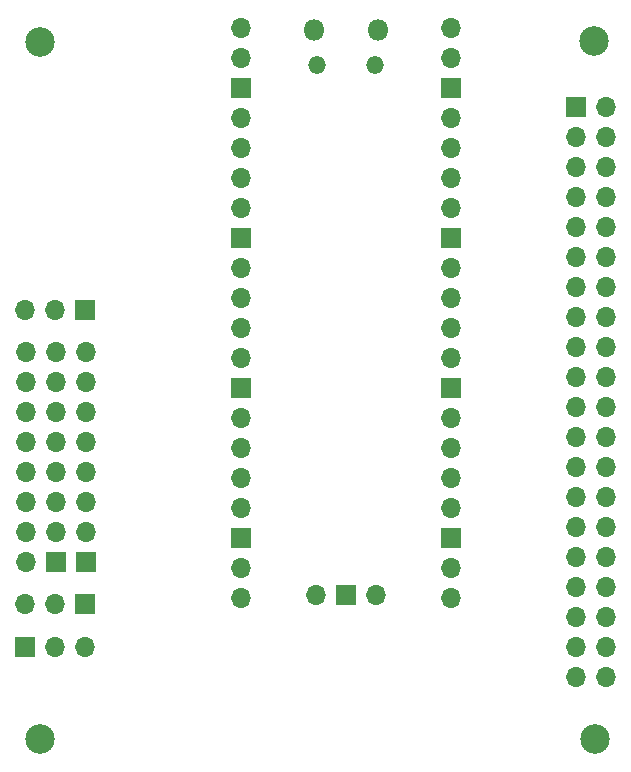
<source format=gbr>
%TF.GenerationSoftware,KiCad,Pcbnew,(5.1.10-1-10_14)*%
%TF.CreationDate,2021-10-09T22:57:50-04:00*%
%TF.ProjectId,Hermes_Pico,4865726d-6573-45f5-9069-636f2e6b6963,rev?*%
%TF.SameCoordinates,Original*%
%TF.FileFunction,Soldermask,Bot*%
%TF.FilePolarity,Negative*%
%FSLAX46Y46*%
G04 Gerber Fmt 4.6, Leading zero omitted, Abs format (unit mm)*
G04 Created by KiCad (PCBNEW (5.1.10-1-10_14)) date 2021-10-09 22:57:50*
%MOMM*%
%LPD*%
G01*
G04 APERTURE LIST*
%ADD10C,2.500000*%
%ADD11O,1.700000X1.700000*%
%ADD12R,1.700000X1.700000*%
%ADD13O,1.500000X1.500000*%
%ADD14O,1.800000X1.800000*%
G04 APERTURE END LIST*
D10*
%TO.C,H4*%
X219550000Y-118500000D03*
%TD*%
%TO.C,H3*%
X219550000Y-59500000D03*
%TD*%
%TO.C,H2*%
X266550000Y-118500000D03*
%TD*%
%TO.C,H1*%
X266500000Y-59450000D03*
%TD*%
D11*
%TO.C,J7*%
X223430000Y-110700000D03*
X220890000Y-110700000D03*
D12*
X218350000Y-110700000D03*
%TD*%
D11*
%TO.C,J6*%
X218320000Y-107100000D03*
X220860000Y-107100000D03*
D12*
X223400000Y-107100000D03*
%TD*%
D11*
%TO.C,J5*%
X218320000Y-82150000D03*
X220860000Y-82150000D03*
D12*
X223400000Y-82150000D03*
%TD*%
D11*
%TO.C,J3*%
X218360000Y-85720000D03*
X220900000Y-85720000D03*
X218360000Y-88260000D03*
X220900000Y-88260000D03*
X218360000Y-90800000D03*
X220900000Y-90800000D03*
X218360000Y-93340000D03*
X220900000Y-93340000D03*
X218360000Y-95880000D03*
X220900000Y-95880000D03*
X218360000Y-98420000D03*
X220900000Y-98420000D03*
X218360000Y-100960000D03*
X220900000Y-100960000D03*
X218360000Y-103500000D03*
D12*
X220900000Y-103500000D03*
%TD*%
D11*
%TO.C,J2*%
X267540000Y-113260000D03*
X265000000Y-113260000D03*
X267540000Y-110720000D03*
X265000000Y-110720000D03*
X267540000Y-108180000D03*
X265000000Y-108180000D03*
X267540000Y-105640000D03*
X265000000Y-105640000D03*
X267540000Y-103100000D03*
X265000000Y-103100000D03*
X267540000Y-100560000D03*
X265000000Y-100560000D03*
X267540000Y-98020000D03*
X265000000Y-98020000D03*
X267540000Y-95480000D03*
X265000000Y-95480000D03*
X267540000Y-92940000D03*
X265000000Y-92940000D03*
X267540000Y-90400000D03*
X265000000Y-90400000D03*
X267540000Y-87860000D03*
X265000000Y-87860000D03*
X267540000Y-85320000D03*
X265000000Y-85320000D03*
X267540000Y-82780000D03*
X265000000Y-82780000D03*
X267540000Y-80240000D03*
X265000000Y-80240000D03*
X267540000Y-77700000D03*
X265000000Y-77700000D03*
X267540000Y-75160000D03*
X265000000Y-75160000D03*
X267540000Y-72620000D03*
X265000000Y-72620000D03*
X267540000Y-70080000D03*
X265000000Y-70080000D03*
X267540000Y-67540000D03*
X265000000Y-67540000D03*
X267540000Y-65000000D03*
D12*
X265000000Y-65000000D03*
%TD*%
D11*
%TO.C,J1*%
X223450000Y-85720000D03*
X223450000Y-88260000D03*
X223450000Y-90800000D03*
X223450000Y-93340000D03*
X223450000Y-95880000D03*
X223450000Y-98420000D03*
X223450000Y-100960000D03*
D12*
X223450000Y-103500000D03*
%TD*%
D11*
%TO.C,U1*%
X248040000Y-106350000D03*
D12*
X245500000Y-106350000D03*
D11*
X242960000Y-106350000D03*
D13*
X247925000Y-61480000D03*
X243075000Y-61480000D03*
D14*
X248225000Y-58450000D03*
X242775000Y-58450000D03*
D11*
X254390000Y-58320000D03*
X254390000Y-60860000D03*
D12*
X254390000Y-63400000D03*
D11*
X254390000Y-65940000D03*
X254390000Y-68480000D03*
X254390000Y-71020000D03*
X254390000Y-73560000D03*
D12*
X254390000Y-76100000D03*
D11*
X254390000Y-78640000D03*
X254390000Y-81180000D03*
X254390000Y-83720000D03*
X254390000Y-86260000D03*
D12*
X254390000Y-88800000D03*
D11*
X254390000Y-91340000D03*
X254390000Y-93880000D03*
X254390000Y-96420000D03*
X254390000Y-98960000D03*
D12*
X254390000Y-101500000D03*
D11*
X254390000Y-104040000D03*
X254390000Y-106580000D03*
X236610000Y-106580000D03*
X236610000Y-104040000D03*
D12*
X236610000Y-101500000D03*
D11*
X236610000Y-98960000D03*
X236610000Y-96420000D03*
X236610000Y-93880000D03*
X236610000Y-91340000D03*
D12*
X236610000Y-88800000D03*
D11*
X236610000Y-86260000D03*
X236610000Y-83720000D03*
X236610000Y-81180000D03*
X236610000Y-78640000D03*
D12*
X236610000Y-76100000D03*
D11*
X236610000Y-73560000D03*
X236610000Y-71020000D03*
X236610000Y-68480000D03*
X236610000Y-65940000D03*
D12*
X236610000Y-63400000D03*
D11*
X236610000Y-60860000D03*
X236610000Y-58320000D03*
%TD*%
M02*

</source>
